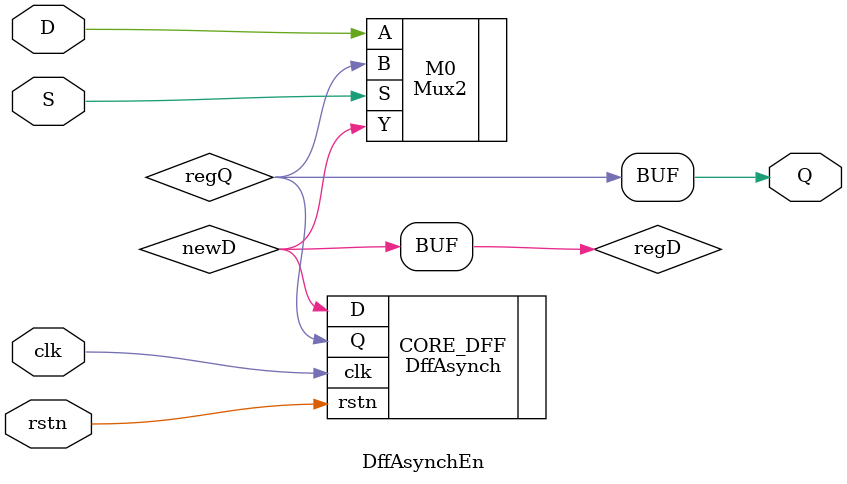
<source format=v>
/*
 * DffAsynchEn.v
 * 
 * "Asynchronous DFF with enable signal (i.e. alternate form of Asynch DFF)"
 */
module DffAsynchEn (
    // Flop I/O.
    input  D,
    output Q,
    
    // Control signal.
    input  S,
    
    // Common signals.
    input  clk,
    input  rstn
);

////////////////////////////////////////////////////////////////////////////////
// -- Internal Signals/Wires -- //
////////////////////////////////////////////////////////////////////////////////

// Mux output choosing selected DFF input.
wire newD;

// Internal DFF wires.
wire regD, regQ;

////////////////////////////////////////////////////////////////////////////////
// -- Large Blocks/Instances -- //
////////////////////////////////////////////////////////////////////////////////

//------------------------------------------------------------------------------
// Typical DFF (arguable not primitive, but close enough).
DffAsynch CORE_DFF (
    .D(regD),
    .Q(regQ),
    .clk(clk),
    .rstn(rstn)
);

////////////////////////////////////////////////////////////////////////////////
// -- Connections/Comb Logic -- //
////////////////////////////////////////////////////////////////////////////////

//------------------------------------------------------------------------------
// Select the next input to be saved (ie if DFF accepts updated info).
Mux2 M0 (
    .A(D),
    .B(regQ),
    .S(S),
    .Y(newD)
);

//------------------------------------------------------------------------------
// Update DFF with selected input.
assign regD = newD;

//------------------------------------------------------------------------------
// Output DFF value.
assign Q = regQ;

endmodule

</source>
